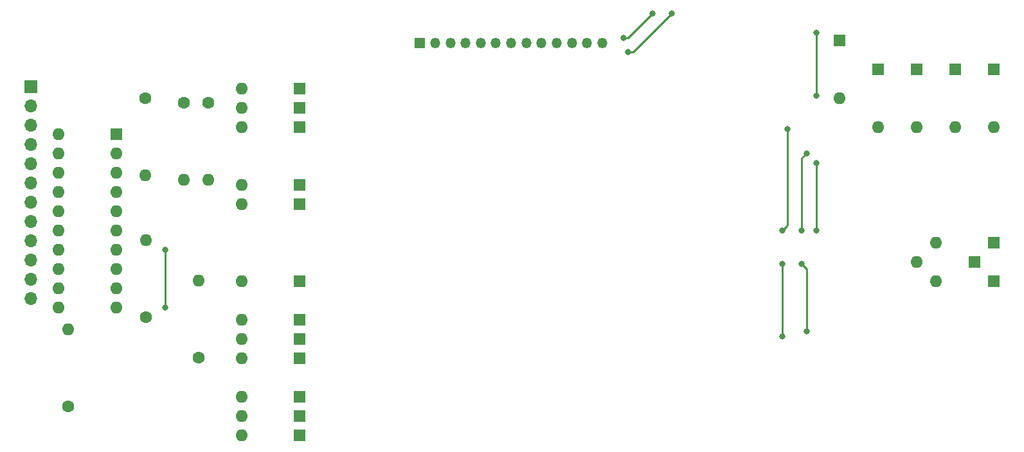
<source format=gbl>
%TF.GenerationSoftware,KiCad,Pcbnew,(6.0.0)*%
%TF.CreationDate,2022-03-13T17:54:28-04:00*%
%TF.ProjectId,jaguar controller lower pcb,6a616775-6172-4206-936f-6e74726f6c6c,rev?*%
%TF.SameCoordinates,Original*%
%TF.FileFunction,Copper,L2,Bot*%
%TF.FilePolarity,Positive*%
%FSLAX46Y46*%
G04 Gerber Fmt 4.6, Leading zero omitted, Abs format (unit mm)*
G04 Created by KiCad (PCBNEW (6.0.0)) date 2022-03-13 17:54:28*
%MOMM*%
%LPD*%
G01*
G04 APERTURE LIST*
%TA.AperFunction,ComponentPad*%
%ADD10C,1.600000*%
%TD*%
%TA.AperFunction,ComponentPad*%
%ADD11O,1.600000X1.600000*%
%TD*%
%TA.AperFunction,ComponentPad*%
%ADD12R,1.600000X1.600000*%
%TD*%
%TA.AperFunction,ComponentPad*%
%ADD13R,1.700000X1.700000*%
%TD*%
%TA.AperFunction,ComponentPad*%
%ADD14O,1.700000X1.700000*%
%TD*%
%TA.AperFunction,ComponentPad*%
%ADD15R,1.350000X1.350000*%
%TD*%
%TA.AperFunction,ComponentPad*%
%ADD16O,1.350000X1.350000*%
%TD*%
%TA.AperFunction,ViaPad*%
%ADD17C,0.800000*%
%TD*%
%TA.AperFunction,Conductor*%
%ADD18C,0.250000*%
%TD*%
G04 APERTURE END LIST*
D10*
%TO.P,R5,1*%
%TO.N,+5V*%
X90695000Y-121635000D03*
D11*
%TO.P,R5,2*%
%TO.N,/row5*%
X90695000Y-111475000D03*
%TD*%
D12*
%TO.P,D11,1,K*%
%TO.N,/up*%
X210075000Y-102585000D03*
D11*
%TO.P,D11,2,A*%
%TO.N,/row6*%
X202455000Y-102585000D03*
%TD*%
D10*
%TO.P,R3,1*%
%TO.N,+5V*%
X100965000Y-109855000D03*
D11*
%TO.P,R3,2*%
%TO.N,/row3*%
X100965000Y-99695000D03*
%TD*%
D12*
%TO.P,D15,1,K*%
%TO.N,/A*%
X202455000Y-77185000D03*
D11*
%TO.P,D15,2,A*%
%TO.N,/row2*%
X202455000Y-84805000D03*
%TD*%
D12*
%TO.P,D2,1,K*%
%TO.N,Net-(D2-Pad1)*%
X121175000Y-82265000D03*
D11*
%TO.P,D2,2,A*%
%TO.N,/row3*%
X113555000Y-82265000D03*
%TD*%
D10*
%TO.P,R4,1*%
%TO.N,+5V*%
X109110000Y-81630000D03*
D11*
%TO.P,R4,2*%
%TO.N,/row4*%
X109110000Y-91790000D03*
%TD*%
D13*
%TO.P,J2,1,Pin_1*%
%TO.N,/Opt com*%
X85775000Y-79515000D03*
D14*
%TO.P,J2,2,Pin_2*%
%TO.N,/Ccom*%
X85775000Y-82055000D03*
%TO.P,J2,3,Pin_3*%
%TO.N,/Bcom*%
X85775000Y-84595000D03*
%TO.P,J2,4,Pin_4*%
%TO.N,/Acom*%
X85775000Y-87135000D03*
%TO.P,J2,5,Pin_5*%
%TO.N,+5V*%
X85775000Y-89675000D03*
%TO.P,J2,6,Pin_6*%
%TO.N,Net-(J2-Pad6)*%
X85775000Y-92215000D03*
%TO.P,J2,7,Pin_7*%
%TO.N,GND*%
X85775000Y-94755000D03*
%TO.P,J2,8,Pin_8*%
%TO.N,Net-(J2-Pad8)*%
X85775000Y-97295000D03*
%TO.P,J2,9,Pin_9*%
%TO.N,Net-(J2-Pad9)*%
X85775000Y-99835000D03*
%TO.P,J2,10,Pin_10*%
%TO.N,Net-(J2-Pad10)*%
X85775000Y-102375000D03*
%TO.P,J2,11,Pin_11*%
%TO.N,Net-(J2-Pad11)*%
X85775000Y-104915000D03*
%TO.P,J2,12,Pin_12*%
%TO.N,Net-(J2-Pad12)*%
X85775000Y-107455000D03*
%TD*%
D12*
%TO.P,D9,1,K*%
%TO.N,Net-(D9-Pad1)*%
X121175000Y-110205000D03*
D11*
%TO.P,D9,2,A*%
%TO.N,/row5*%
X113555000Y-110205000D03*
%TD*%
D10*
%TO.P,R1,1*%
%TO.N,+5V*%
X100855000Y-80995000D03*
D11*
%TO.P,R1,2*%
%TO.N,/Pause*%
X100855000Y-91155000D03*
%TD*%
D12*
%TO.P,D1,1,K*%
%TO.N,Net-(D1-Pad1)*%
X121175000Y-79725000D03*
D11*
%TO.P,D1,2,A*%
%TO.N,/row3*%
X113555000Y-79725000D03*
%TD*%
D12*
%TO.P,D14,1,K*%
%TO.N,/right*%
X192295000Y-73375000D03*
D11*
%TO.P,D14,2,A*%
%TO.N,/row3*%
X192295000Y-80995000D03*
%TD*%
D12*
%TO.P,D12,1,K*%
%TO.N,/down*%
X212615000Y-105125000D03*
D11*
%TO.P,D12,2,A*%
%TO.N,/row5*%
X204995000Y-105125000D03*
%TD*%
D12*
%TO.P,D10,1,K*%
%TO.N,Net-(D10-Pad1)*%
X121175000Y-122905000D03*
D11*
%TO.P,D10,2,A*%
%TO.N,/row6*%
X113555000Y-122905000D03*
%TD*%
D12*
%TO.P,D17,1,K*%
%TO.N,/C*%
X212615000Y-77185000D03*
D11*
%TO.P,D17,2,A*%
%TO.N,/row2*%
X212615000Y-84805000D03*
%TD*%
D12*
%TO.P,D13,1,K*%
%TO.N,/left*%
X212615000Y-100045000D03*
D11*
%TO.P,D13,2,A*%
%TO.N,/row4*%
X204995000Y-100045000D03*
%TD*%
D12*
%TO.P,D5,1,K*%
%TO.N,Net-(D5-Pad1)*%
X121175000Y-94965000D03*
D11*
%TO.P,D5,2,A*%
%TO.N,/row4*%
X113555000Y-94965000D03*
%TD*%
D12*
%TO.P,D6,1,K*%
%TO.N,Net-(D6-Pad1)*%
X121175000Y-92425000D03*
D11*
%TO.P,D6,2,A*%
%TO.N,/row4*%
X113555000Y-92425000D03*
%TD*%
D12*
%TO.P,D4,1,K*%
%TO.N,Net-(D4-Pad1)*%
X121175000Y-105125000D03*
D11*
%TO.P,D4,2,A*%
%TO.N,/row4*%
X113555000Y-105125000D03*
%TD*%
D12*
%TO.P,D3,1,K*%
%TO.N,Net-(D3-Pad1)*%
X121175000Y-84805000D03*
D11*
%TO.P,D3,2,A*%
%TO.N,/row3*%
X113555000Y-84805000D03*
%TD*%
D10*
%TO.P,R2,1*%
%TO.N,+5V*%
X105935000Y-81630000D03*
D11*
%TO.P,R2,2*%
%TO.N,/row2*%
X105935000Y-91790000D03*
%TD*%
D12*
%TO.P,D18,1,K*%
%TO.N,Net-(D18-Pad1)*%
X121175000Y-120365000D03*
D11*
%TO.P,D18,2,A*%
%TO.N,/row6*%
X113555000Y-120365000D03*
%TD*%
D12*
%TO.P,U1,1,1OE*%
%TO.N,GND*%
X97019600Y-85719400D03*
D11*
%TO.P,U1,2,1A0*%
%TO.N,/Pause*%
X97019600Y-88259400D03*
%TO.P,U1,3,2Y0*%
%TO.N,unconnected-(U1-Pad3)*%
X97019600Y-90799400D03*
%TO.P,U1,4,1A1*%
%TO.N,/row2*%
X97019600Y-93339400D03*
%TO.P,U1,5,2Y1*%
%TO.N,unconnected-(U1-Pad5)*%
X97019600Y-95879400D03*
%TO.P,U1,6,1A2*%
%TO.N,/row3*%
X97019600Y-98419400D03*
%TO.P,U1,7,2Y2*%
%TO.N,Net-(J2-Pad10)*%
X97019600Y-100959400D03*
%TO.P,U1,8,1A3*%
%TO.N,/row4*%
X97019600Y-103499400D03*
%TO.P,U1,9,2Y3*%
%TO.N,Net-(J2-Pad11)*%
X97019600Y-106039400D03*
%TO.P,U1,10,GND*%
%TO.N,GND*%
X97019600Y-108579400D03*
%TO.P,U1,11,2A3*%
%TO.N,/row5*%
X89399600Y-108579400D03*
%TO.P,U1,12,1Y3*%
%TO.N,Net-(J2-Pad12)*%
X89399600Y-106039400D03*
%TO.P,U1,13,2A2*%
%TO.N,/row6*%
X89399600Y-103499400D03*
%TO.P,U1,14,1Y2*%
%TO.N,Net-(J2-Pad9)*%
X89399600Y-100959400D03*
%TO.P,U1,15,2A1*%
%TO.N,GND*%
X89399600Y-98419400D03*
%TO.P,U1,16,1Y1*%
%TO.N,Net-(J2-Pad8)*%
X89399600Y-95879400D03*
%TO.P,U1,17,2A0*%
%TO.N,GND*%
X89399600Y-93339400D03*
%TO.P,U1,18,1Y0*%
%TO.N,Net-(J2-Pad6)*%
X89399600Y-90799400D03*
%TO.P,U1,19,2OE*%
%TO.N,GND*%
X89399600Y-88259400D03*
%TO.P,U1,20,VCC*%
%TO.N,+5V*%
X89399600Y-85719400D03*
%TD*%
D12*
%TO.P,D19,1,K*%
%TO.N,Net-(D19-Pad1)*%
X121175000Y-125445000D03*
D11*
%TO.P,D19,2,A*%
%TO.N,/row6*%
X113555000Y-125445000D03*
%TD*%
D12*
%TO.P,D8,1,K*%
%TO.N,Net-(D8-Pad1)*%
X121175000Y-112745000D03*
D11*
%TO.P,D8,2,A*%
%TO.N,/row5*%
X113555000Y-112745000D03*
%TD*%
D12*
%TO.P,D7,1,K*%
%TO.N,Net-(D7-Pad1)*%
X121175000Y-115285000D03*
D11*
%TO.P,D7,2,A*%
%TO.N,/row5*%
X113555000Y-115285000D03*
%TD*%
D10*
%TO.P,R6,1*%
%TO.N,+5V*%
X107840000Y-115231200D03*
D11*
%TO.P,R6,2*%
%TO.N,/row6*%
X107840000Y-105071200D03*
%TD*%
D15*
%TO.P,J1,1,Pin_1*%
%TO.N,/down*%
X137025000Y-73735000D03*
D16*
%TO.P,J1,2,Pin_2*%
%TO.N,/left*%
X139025000Y-73735000D03*
%TO.P,J1,3,Pin_3*%
%TO.N,/up*%
X141025000Y-73735000D03*
%TO.P,J1,4,Pin_4*%
%TO.N,/Pause*%
X143025000Y-73735000D03*
%TO.P,J1,5,Pin_5*%
%TO.N,/Ccom*%
X145025000Y-73735000D03*
%TO.P,J1,6,Pin_6*%
%TO.N,/C*%
X147025000Y-73735000D03*
%TO.P,J1,7,Pin_7*%
%TO.N,/Bcom*%
X149025000Y-73735000D03*
%TO.P,J1,8,Pin_8*%
%TO.N,/B*%
X151025000Y-73735000D03*
%TO.P,J1,9,Pin_9*%
%TO.N,/A*%
X153025000Y-73735000D03*
%TO.P,J1,10,Pin_10*%
%TO.N,/Opt*%
X155025000Y-73735000D03*
%TO.P,J1,11,Pin_11*%
%TO.N,/Opt com*%
X157025000Y-73735000D03*
%TO.P,J1,12,Pin_12*%
%TO.N,/right*%
X159025000Y-73735000D03*
%TO.P,J1,13,Pin_13*%
%TO.N,/Acom*%
X161025000Y-73735000D03*
%TD*%
D12*
%TO.P,D16,1,K*%
%TO.N,/B*%
X197375000Y-77185000D03*
D11*
%TO.P,D16,2,A*%
%TO.N,/row2*%
X197375000Y-84805000D03*
%TD*%
D12*
%TO.P,D20,1,K*%
%TO.N,/Opt*%
X207535000Y-77185000D03*
D11*
%TO.P,D20,2,A*%
%TO.N,/row2*%
X207535000Y-84805000D03*
%TD*%
D17*
%TO.N,/Ccom*%
X187325000Y-98425000D03*
X187960000Y-111760000D03*
X187960000Y-88265000D03*
X187325000Y-102870000D03*
%TO.N,/Bcom*%
X185420000Y-85090000D03*
X184785000Y-98425000D03*
X184785000Y-102870000D03*
X184785000Y-112395000D03*
%TO.N,/Opt com*%
X163830000Y-73025000D03*
X189230000Y-89535000D03*
X189230000Y-72390000D03*
X189230000Y-98425000D03*
X189230000Y-80645000D03*
X167640000Y-69850000D03*
%TO.N,/Acom*%
X170180000Y-69850000D03*
X164465000Y-74930000D03*
%TO.N,GND*%
X103505000Y-100965000D03*
X103499400Y-108579400D03*
%TD*%
D18*
%TO.N,/Ccom*%
X187325000Y-98425000D02*
X187325000Y-88900000D01*
X187960000Y-111760000D02*
X187960000Y-103505000D01*
X187325000Y-88900000D02*
X187960000Y-88265000D01*
X187960000Y-103505000D02*
X187325000Y-102870000D01*
%TO.N,/Bcom*%
X184785000Y-102870000D02*
X184785000Y-112395000D01*
X185420000Y-97790000D02*
X184785000Y-98425000D01*
X185420000Y-85090000D02*
X185420000Y-97790000D01*
%TO.N,/Opt com*%
X164465000Y-73025000D02*
X163830000Y-73025000D01*
X189230000Y-72390000D02*
X189230000Y-80645000D01*
X189230000Y-89535000D02*
X189230000Y-98425000D01*
X167640000Y-69850000D02*
X164465000Y-73025000D01*
%TO.N,/Acom*%
X170180000Y-69850000D02*
X165100000Y-74930000D01*
X165100000Y-74930000D02*
X164465000Y-74930000D01*
%TO.N,GND*%
X103505000Y-100965000D02*
X103505000Y-108573800D01*
X103505000Y-108573800D02*
X103499400Y-108579400D01*
%TD*%
M02*

</source>
